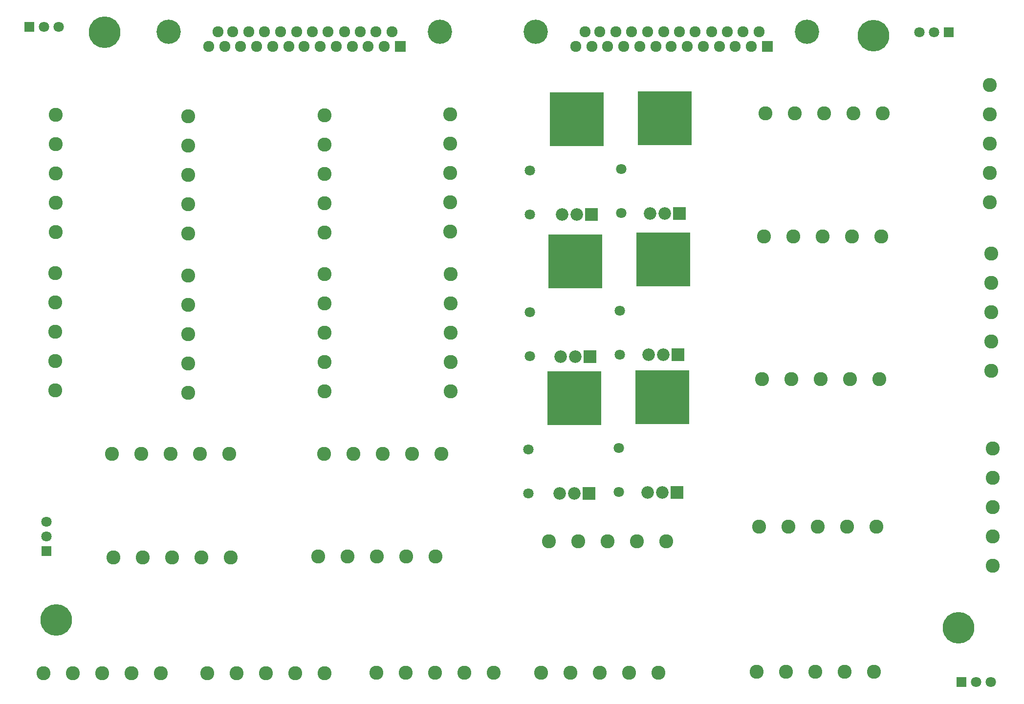
<source format=gbs>
G04 #@! TF.FileFunction,Soldermask,Bot*
%FSLAX46Y46*%
G04 Gerber Fmt 4.6, Leading zero omitted, Abs format (unit mm)*
G04 Created by KiCad (PCBNEW 4.0.4-stable) date Fri Sep  1 12:38:30 2017*
%MOMM*%
%LPD*%
G01*
G04 APERTURE LIST*
%ADD10C,0.100000*%
%ADD11R,2.178000X2.178000*%
%ADD12C,2.178000*%
%ADD13R,9.290000X9.290000*%
%ADD14C,4.210000*%
%ADD15C,1.924000*%
%ADD16R,1.924000X1.924000*%
%ADD17R,1.797000X1.797000*%
%ADD18C,1.797000*%
%ADD19C,2.432000*%
%ADD20C,5.480000*%
G04 APERTURE END LIST*
D10*
D11*
X250322080Y-89471500D03*
D12*
X245242080Y-89471500D03*
X247782080Y-89471500D03*
D13*
X247782080Y-72961500D03*
D14*
X208805780Y-57919620D03*
X161815780Y-57919620D03*
D15*
X168800780Y-60459620D03*
X171594780Y-60459620D03*
X174261780Y-60459620D03*
X177055780Y-60459620D03*
X179849780Y-60459620D03*
X182643780Y-60459620D03*
X185310780Y-60459620D03*
X188104780Y-60459620D03*
X190898780Y-60459620D03*
X193692780Y-60459620D03*
X196359780Y-60459620D03*
X199153780Y-60459620D03*
D16*
X201947780Y-60459620D03*
D15*
X170375580Y-57919620D03*
X172915580Y-57919620D03*
X175709580Y-57919620D03*
X178452780Y-57919620D03*
X181195980Y-57919620D03*
X183989980Y-57919620D03*
X186733180Y-57919620D03*
X189476380Y-57919620D03*
X192321180Y-57919620D03*
X195013580Y-57919620D03*
X197756780Y-57919620D03*
X200550780Y-57919620D03*
D14*
X272381980Y-57945020D03*
X225391980Y-57945020D03*
D15*
X232376980Y-60485020D03*
X235170980Y-60485020D03*
X237837980Y-60485020D03*
X240631980Y-60485020D03*
X243425980Y-60485020D03*
X246219980Y-60485020D03*
X248886980Y-60485020D03*
X251680980Y-60485020D03*
X254474980Y-60485020D03*
X257268980Y-60485020D03*
X259935980Y-60485020D03*
X262729980Y-60485020D03*
D16*
X265523980Y-60485020D03*
D15*
X233951780Y-57945020D03*
X236491780Y-57945020D03*
X239285780Y-57945020D03*
X242028980Y-57945020D03*
X244772180Y-57945020D03*
X247566180Y-57945020D03*
X250309380Y-57945020D03*
X253052580Y-57945020D03*
X255897380Y-57945020D03*
X258589780Y-57945020D03*
X261332980Y-57945020D03*
X264126980Y-57945020D03*
D17*
X137750000Y-57060000D03*
D18*
X140290000Y-57060000D03*
X142830000Y-57060000D03*
D17*
X296951400Y-58059320D03*
D18*
X294411400Y-58059320D03*
X291871400Y-58059320D03*
D17*
X140640000Y-147920000D03*
D18*
X140640000Y-145380000D03*
X140640000Y-142840000D03*
D17*
X299150000Y-170640000D03*
D18*
X301690000Y-170640000D03*
X304230000Y-170640000D03*
D19*
X264949580Y-93441760D03*
X270029580Y-93441760D03*
X275109580Y-93441760D03*
X280189580Y-93441760D03*
X285269580Y-93441760D03*
X264640320Y-118163780D03*
X269720320Y-118163780D03*
X274800320Y-118163780D03*
X279880320Y-118163780D03*
X284960320Y-118163780D03*
X264104800Y-143671720D03*
X269184800Y-143671720D03*
X274264800Y-143671720D03*
X279344800Y-143671720D03*
X284424800Y-143671720D03*
X263728900Y-168838660D03*
X268808900Y-168838660D03*
X273888900Y-168838660D03*
X278968900Y-168838660D03*
X284048900Y-168838660D03*
X160489000Y-169102540D03*
X155409000Y-169102540D03*
X150329000Y-169102540D03*
X145249000Y-169102540D03*
X140169000Y-169102540D03*
X142187880Y-99792860D03*
X142187880Y-104872860D03*
X142187880Y-109952860D03*
X142187880Y-115032860D03*
X142187880Y-120112860D03*
X188848100Y-169089840D03*
X183768100Y-169089840D03*
X178688100Y-169089840D03*
X173608100Y-169089840D03*
X168528100Y-169089840D03*
X142297100Y-72327840D03*
X142297100Y-77407840D03*
X142297100Y-82487840D03*
X142297100Y-87567840D03*
X142297100Y-92647840D03*
X218171440Y-169033640D03*
X213091440Y-169033640D03*
X208011440Y-169033640D03*
X202931440Y-169033640D03*
X197851440Y-169033640D03*
X165228220Y-100183680D03*
X165228220Y-105263680D03*
X165228220Y-110343680D03*
X165228220Y-115423680D03*
X165228220Y-120503680D03*
X246672780Y-169018400D03*
X241592780Y-169018400D03*
X236512780Y-169018400D03*
X231432780Y-169018400D03*
X226352780Y-169018400D03*
X165228220Y-72617060D03*
X165228220Y-77697060D03*
X165228220Y-82777060D03*
X165228220Y-87857060D03*
X165228220Y-92937060D03*
X209053280Y-131058280D03*
X203973280Y-131058280D03*
X198893280Y-131058280D03*
X193813280Y-131058280D03*
X188733280Y-131058280D03*
X188825000Y-99925600D03*
X188825000Y-105005600D03*
X188825000Y-110085600D03*
X188825000Y-115165600D03*
X188825000Y-120245600D03*
X172351520Y-131101640D03*
X167271520Y-131101640D03*
X162191520Y-131101640D03*
X157111520Y-131101640D03*
X152031520Y-131101640D03*
X188825000Y-72437720D03*
X188825000Y-77517720D03*
X188825000Y-82597720D03*
X188825000Y-87677720D03*
X188825000Y-92757720D03*
X208098480Y-148898600D03*
X203018480Y-148898600D03*
X197938480Y-148898600D03*
X192858480Y-148898600D03*
X187778480Y-148898600D03*
X172573240Y-149052720D03*
X167493240Y-149052720D03*
X162413240Y-149052720D03*
X157333240Y-149052720D03*
X152253240Y-149052720D03*
X210690320Y-99948640D03*
X210690320Y-105028640D03*
X210690320Y-110108640D03*
X210690320Y-115188640D03*
X210690320Y-120268640D03*
X210647140Y-72282960D03*
X210647140Y-77362960D03*
X210647140Y-82442960D03*
X210647140Y-87522960D03*
X210647140Y-92602960D03*
X227744420Y-146258920D03*
X232824420Y-146258920D03*
X237904420Y-146258920D03*
X242984420Y-146258920D03*
X248064420Y-146258920D03*
X265199220Y-72088400D03*
X270279220Y-72088400D03*
X275359220Y-72088400D03*
X280439220Y-72088400D03*
X285519220Y-72088400D03*
X304370740Y-116718080D03*
X304370740Y-111638080D03*
X304370740Y-106558080D03*
X304370740Y-101478080D03*
X304370740Y-96398080D03*
X304114200Y-87457280D03*
X304114200Y-82377280D03*
X304114200Y-77297280D03*
X304114200Y-72217280D03*
X304114200Y-67137280D03*
X304555740Y-150495800D03*
X304555740Y-145415800D03*
X304555740Y-140335800D03*
X304555740Y-135255800D03*
X304555740Y-130175800D03*
D18*
X224426780Y-89578180D03*
X224426780Y-81958180D03*
X240197640Y-89385140D03*
X240197640Y-81765140D03*
X224439480Y-114180620D03*
X224439480Y-106560620D03*
X239963960Y-113903760D03*
X239963960Y-106283760D03*
X224170240Y-137962640D03*
X224170240Y-130342640D03*
X239793780Y-137662920D03*
X239793780Y-130042920D03*
D11*
X235033820Y-89618820D03*
D12*
X229953820Y-89618820D03*
X232493820Y-89618820D03*
D13*
X232493820Y-73108820D03*
D11*
X234833160Y-114259360D03*
D12*
X229753160Y-114259360D03*
X232293160Y-114259360D03*
D13*
X232293160Y-97749360D03*
D11*
X250022360Y-113919000D03*
D12*
X244942360Y-113919000D03*
X247482360Y-113919000D03*
D13*
X247482360Y-97409000D03*
D11*
X234665520Y-137985500D03*
D12*
X229585520Y-137985500D03*
X232125520Y-137985500D03*
D13*
X232125520Y-121475500D03*
D11*
X249887740Y-137744200D03*
D12*
X244807740Y-137744200D03*
X247347740Y-137744200D03*
D13*
X247347740Y-121234200D03*
D20*
X150779480Y-58028840D03*
X283916120Y-58595260D03*
X142380000Y-159870000D03*
X298640500Y-161216340D03*
M02*

</source>
